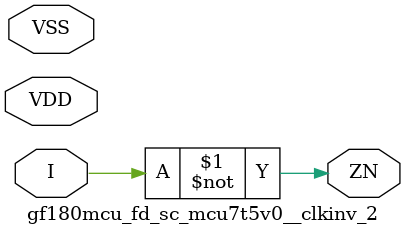
<source format=v>

module gf180mcu_fd_sc_mcu7t5v0__clkinv_2( I, ZN, VDD, VSS );
input I;
inout VDD, VSS;
output ZN;

	not MGM_BG_0( ZN, I );

endmodule

</source>
